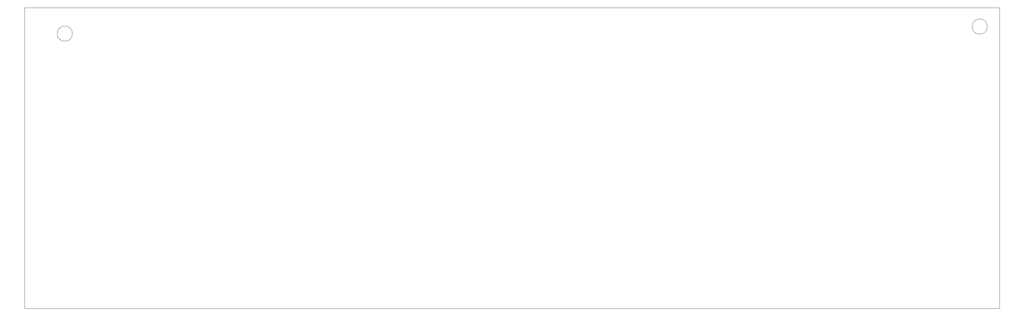
<source format=gbr>
%TF.GenerationSoftware,KiCad,Pcbnew,8.0.3*%
%TF.CreationDate,2024-10-18T17:58:25-04:00*%
%TF.ProjectId,drum_board,6472756d-5f62-46f6-9172-642e6b696361,rev?*%
%TF.SameCoordinates,Original*%
%TF.FileFunction,Profile,NP*%
%FSLAX46Y46*%
G04 Gerber Fmt 4.6, Leading zero omitted, Abs format (unit mm)*
G04 Created by KiCad (PCBNEW 8.0.3) date 2024-10-18 17:58:25*
%MOMM*%
%LPD*%
G01*
G04 APERTURE LIST*
%TA.AperFunction,Profile*%
%ADD10C,0.100000*%
%TD*%
%TA.AperFunction,Profile*%
%ADD11C,0.050000*%
%TD*%
G04 APERTURE END LIST*
D10*
X51600000Y-67000000D02*
G75*
G02*
X48400000Y-67000000I-1600000J0D01*
G01*
X48400000Y-67000000D02*
G75*
G02*
X51600000Y-67000000I1600000J0D01*
G01*
X244420000Y-65500000D02*
G75*
G02*
X241220000Y-65500000I-1600000J0D01*
G01*
X241220000Y-65500000D02*
G75*
G02*
X244420000Y-65500000I1600000J0D01*
G01*
D11*
X41500000Y-61500000D02*
X247000000Y-61500000D01*
X247000000Y-125000000D01*
X41500000Y-125000000D01*
X41500000Y-61500000D01*
M02*

</source>
